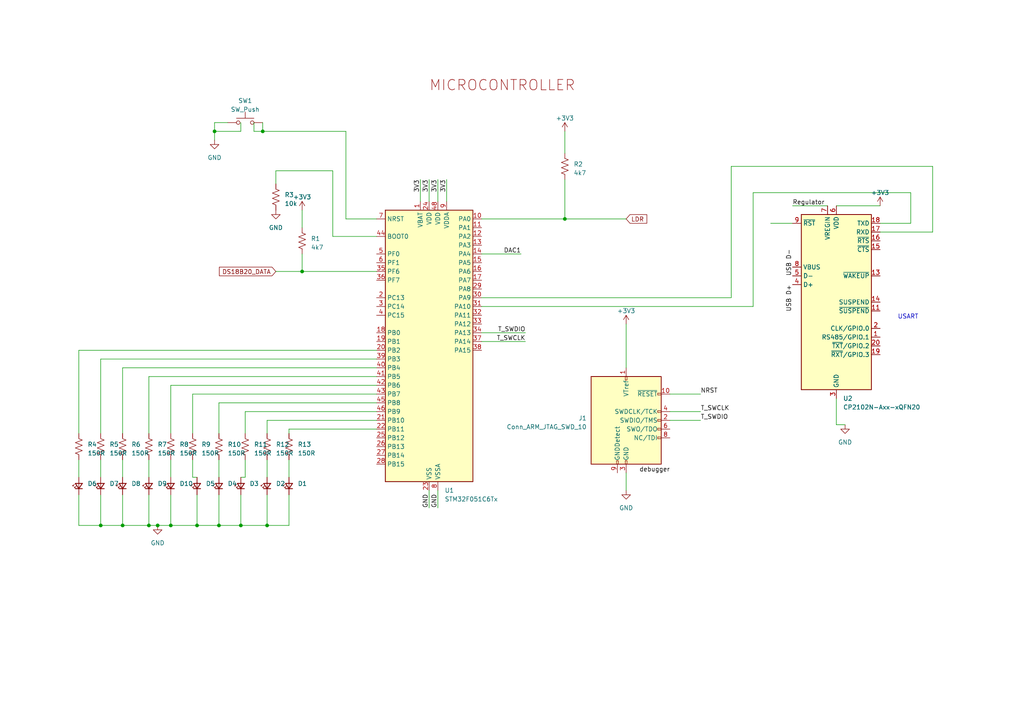
<source format=kicad_sch>
(kicad_sch (version 20230121) (generator eeschema)
  (paper "A4")
  (title_block (title "Microcontroller Schematic") (date "2023-03-04") (rev "v0"))
  (lib_symbols
    (symbol "Connector:Conn_ARM_JTAG_SWD_10" (pin_names (offset 1.016))
      (property "Reference" "J" (at -2.54 16.51 0))
      (property "Value" "Conn_ARM_JTAG_SWD_10" (at -2.54 13.97 0))
      (symbol "Conn_ARM_JTAG_SWD_10_0_1"
        (rectangle (start -10.16 12.7) (end 10.16 -12.7) (stroke (width 0.254)) (fill (type background)))
        (rectangle (start -2.794 -12.7) (end -2.286 -11.684))
        (rectangle (start -0.254 -12.7) (end 0.254 -11.684))
        (rectangle (start -0.254 12.7) (end 0.254 11.684))
        (rectangle (start 9.144 2.286) (end 10.16 2.794))
        (rectangle (start 10.16 -2.794) (end 9.144 -2.286))
        (rectangle (start 10.16 -0.254) (end 9.144 0.254))
        (rectangle (start 10.16 7.874) (end 9.144 7.366))
      )
      (symbol "Conn_ARM_JTAG_SWD_10_1_1"
        (rectangle (start 9.144 -5.334) (end 10.16 -4.826))
        (pin power_in line (at 0 15.24 270) (length 2.54) (name "VTref") (number "1"))
        (pin open_collector line (at 12.7 7.62 180) (length 2.54) (name "~{RESET}") (number "10"))
        (pin bidirectional line (at 12.7 0 180) (length 2.54) (name "SWDIO/TMS") (number "2"))
        (pin power_in line (at 0 -15.24 90) (length 2.54) (name "GND") (number "3"))
        (pin output line (at 12.7 2.54 180) (length 2.54) (name "SWDCLK/TCK") (number "4"))
        (pin passive line (at 0 -15.24 90) (length 2.54) hide (name "GND") (number "5"))
        (pin input line (at 12.7 -2.54 180) (length 2.54) (name "SWO/TDO") (number "6"))
        (pin no_connect line (at -10.16 0 0) (length 2.54) hide (name "KEY") (number "7"))
        (pin output line (at 12.7 -5.08 180) (length 2.54) (name "NC/TDI") (number "8"))
        (pin passive line (at -2.54 -15.24 90) (length 2.54) (name "GNDDetect") (number "9"))
      )
    )
    (symbol "Device:LED_Small" (pin_numbers hide) (pin_names (offset 0.254) hide)
      (property "Reference" "D" (at -1.27 3.175 0))
      (property "Value" "LED_Small" (at -4.445 -2.54 0))
      (symbol "LED_Small_0_1"
        (polyline (pts (xy -0.762 -1.016) (xy -0.762 1.016)) (stroke (width 0.254)))
        (polyline (pts (xy 1.016 0) (xy -0.762 0)))
        (polyline (pts (xy 0.762 -1.016) (xy -0.762 0) (xy 0.762 1.016) (xy 0.762 -1.016)) (stroke (width 0.254)))
        (polyline (pts (xy 0 0.762) (xy -0.508 1.27) (xy -0.254 1.27) (xy -0.508 1.27) (xy -0.508 1.016)))
        (polyline (pts (xy 0.508 1.27) (xy 0 1.778) (xy 0.254 1.778) (xy 0 1.778) (xy 0 1.524)))
      )
      (symbol "LED_Small_1_1"
        (pin passive line (at -2.54 0 0) (length 1.778) (name "K") (number "1"))
        (pin passive line (at 2.54 0 180) (length 1.778) (name "A") (number "2"))
      )
    )
    (symbol "Device:R_US" (pin_numbers hide) (pin_names (offset 0))
      (property "Reference" "R" (at 2.54 0 90))
      (property "Value" "R_US" (at -2.54 0 90))
      (symbol "R_US_0_1"
        (polyline (pts (xy 0 -2.286) (xy 0 -2.54)))
        (polyline (pts (xy 0 2.286) (xy 0 2.54)))
        (polyline (pts (xy 0 -0.762) (xy 1.016 -1.143) (xy 0 -1.524) (xy -1.016 -1.905) (xy 0 -2.286)))
        (polyline (pts (xy 0 0.762) (xy 1.016 0.381) (xy 0 0) (xy -1.016 -0.381) (xy 0 -0.762)))
        (polyline (pts (xy 0 2.286) (xy 1.016 1.905) (xy 0 1.524) (xy -1.016 1.143) (xy 0 0.762)))
      )
      (symbol "R_US_1_1"
        (pin passive line (at 0 3.81 270) (length 1.27) (name "~") (number "1"))
        (pin passive line (at 0 -3.81 90) (length 1.27) (name "~") (number "2"))
      )
    )
    (symbol "Interface_USB:CP2102N-Axx-xQFN20"
      (property "Reference" "U" (at -8.89 26.67 0))
      (property "Value" "CP2102N-Axx-xQFN20" (at 12.7 26.67 0))
      (symbol "CP2102N-Axx-xQFN20_0_1"
        (rectangle (start -10.16 25.4) (end 10.16 -25.4) (stroke (width 0.254)) (fill (type background)))
      )
      (symbol "CP2102N-Axx-xQFN20_1_1"
        (pin bidirectional line (at 12.7 -10.16 180) (length 2.54) (name "RS485/GPIO.1") (number "1"))
        (pin no_connect line (at -10.16 -22.86 0) (length 2.54) hide (name "NC") (number "10"))
        (pin output line (at 12.7 -2.54 180) (length 2.54) (name "~{SUSPEND}") (number "11"))
        (pin passive line (at 0 -27.94 90) (length 2.54) hide (name "GND") (number "12"))
        (pin input line (at 12.7 7.62 180) (length 2.54) (name "~{WAKEUP}") (number "13"))
        (pin output line (at 12.7 0 180) (length 2.54) (name "SUSPEND") (number "14"))
        (pin input line (at 12.7 15.24 180) (length 2.54) (name "~{CTS}") (number "15"))
        (pin output line (at 12.7 17.78 180) (length 2.54) (name "~{RTS}") (number "16"))
        (pin input line (at 12.7 20.32 180) (length 2.54) (name "RXD") (number "17"))
        (pin output line (at 12.7 22.86 180) (length 2.54) (name "TXD") (number "18"))
        (pin bidirectional line (at 12.7 -15.24 180) (length 2.54) (name "~{RXT}/GPIO.3") (number "19"))
        (pin bidirectional line (at 12.7 -7.62 180) (length 2.54) (name "CLK/GPIO.0") (number "2"))
        (pin bidirectional line (at 12.7 -12.7 180) (length 2.54) (name "~{TXT}/GPIO.2") (number "20"))
        (pin passive line (at 0 -27.94 90) (length 2.54) hide (name "GND") (number "21"))
        (pin power_in line (at 0 -27.94 90) (length 2.54) (name "GND") (number "3"))
        (pin bidirectional line (at -12.7 5.08 0) (length 2.54) (name "D+") (number "4"))
        (pin bidirectional line (at -12.7 7.62 0) (length 2.54) (name "D-") (number "5"))
        (pin power_in line (at 0 27.94 270) (length 2.54) (name "VDD") (number "6"))
        (pin power_in line (at -2.54 27.94 270) (length 2.54) (name "VREGIN") (number "7"))
        (pin input line (at -12.7 10.16 0) (length 2.54) (name "VBUS") (number "8"))
        (pin input line (at -12.7 22.86 0) (length 2.54) (name "~{RST}") (number "9"))
      )
    )
    (symbol "MCU_ST_STM32F0:STM32F051C6Tx"
      (property "Reference" "U" (at -12.7 41.91 0))
      (property "Value" "STM32F051C6Tx" (at 7.62 41.91 0))
      (symbol "STM32F051C6Tx_0_1"
        (rectangle (start -12.7 -38.1) (end 12.7 40.64) (stroke (width 0.254)) (fill (type background)))
      )
      (symbol "STM32F051C6Tx_1_1"
        (pin power_in line (at -2.54 43.18 270) (length 2.54) (name "VBAT") (number "1"))
        (pin bidirectional line (at 15.24 38.1 180) (length 2.54) (name "PA0") (number "10"))
        (pin bidirectional line (at 15.24 35.56 180) (length 2.54) (name "PA1") (number "11"))
        (pin bidirectional line (at 15.24 33.02 180) (length 2.54) (name "PA2") (number "12"))
        (pin bidirectional line (at 15.24 30.48 180) (length 2.54) (name "PA3") (number "13"))
        (pin bidirectional line (at 15.24 27.94 180) (length 2.54) (name "PA4") (number "14"))
        (pin bidirectional line (at 15.24 25.4 180) (length 2.54) (name "PA5") (number "15"))
        (pin bidirectional line (at 15.24 22.86 180) (length 2.54) (name "PA6") (number "16"))
        (pin bidirectional line (at 15.24 20.32 180) (length 2.54) (name "PA7") (number "17"))
        (pin bidirectional line (at -15.24 5.08 0) (length 2.54) (name "PB0") (number "18"))
        (pin bidirectional line (at -15.24 2.54 0) (length 2.54) (name "PB1") (number "19"))
        (pin bidirectional line (at -15.24 15.24 0) (length 2.54) (name "PC13") (number "2"))
        (pin bidirectional line (at -15.24 0 0) (length 2.54) (name "PB2") (number "20"))
        (pin bidirectional line (at -15.24 -20.32 0) (length 2.54) (name "PB10") (number "21"))
        (pin bidirectional line (at -15.24 -22.86 0) (length 2.54) (name "PB11") (number "22"))
        (pin power_in line (at 0 -40.64 90) (length 2.54) (name "VSS") (number "23"))
        (pin power_in line (at 0 43.18 270) (length 2.54) (name "VDD") (number "24"))
        (pin bidirectional line (at -15.24 -25.4 0) (length 2.54) (name "PB12") (number "25"))
        (pin bidirectional line (at -15.24 -27.94 0) (length 2.54) (name "PB13") (number "26"))
        (pin bidirectional line (at -15.24 -30.48 0) (length 2.54) (name "PB14") (number "27"))
        (pin bidirectional line (at -15.24 -33.02 0) (length 2.54) (name "PB15") (number "28"))
        (pin bidirectional line (at 15.24 17.78 180) (length 2.54) (name "PA8") (number "29"))
        (pin bidirectional line (at -15.24 12.7 0) (length 2.54) (name "PC14") (number "3"))
        (pin bidirectional line (at 15.24 15.24 180) (length 2.54) (name "PA9") (number "30"))
        (pin bidirectional line (at 15.24 12.7 180) (length 2.54) (name "PA10") (number "31"))
        (pin bidirectional line (at 15.24 10.16 180) (length 2.54) (name "PA11") (number "32"))
        (pin bidirectional line (at 15.24 7.62 180) (length 2.54) (name "PA12") (number "33"))
        (pin bidirectional line (at 15.24 5.08 180) (length 2.54) (name "PA13") (number "34"))
        (pin bidirectional line (at -15.24 22.86 0) (length 2.54) (name "PF6") (number "35"))
        (pin bidirectional line (at -15.24 20.32 0) (length 2.54) (name "PF7") (number "36"))
        (pin bidirectional line (at 15.24 2.54 180) (length 2.54) (name "PA14") (number "37"))
        (pin bidirectional line (at 15.24 0 180) (length 2.54) (name "PA15") (number "38"))
        (pin bidirectional line (at -15.24 -2.54 0) (length 2.54) (name "PB3") (number "39"))
        (pin bidirectional line (at -15.24 10.16 0) (length 2.54) (name "PC15") (number "4"))
        (pin bidirectional line (at -15.24 -5.08 0) (length 2.54) (name "PB4") (number "40"))
        (pin bidirectional line (at -15.24 -7.62 0) (length 2.54) (name "PB5") (number "41"))
        (pin bidirectional line (at -15.24 -10.16 0) (length 2.54) (name "PB6") (number "42"))
        (pin bidirectional line (at -15.24 -12.7 0) (length 2.54) (name "PB7") (number "43"))
        (pin input line (at -15.24 33.02 0) (length 2.54) (name "BOOT0") (number "44"))
        (pin bidirectional line (at -15.24 -15.24 0) (length 2.54) (name "PB8") (number "45"))
        (pin bidirectional line (at -15.24 -17.78 0) (length 2.54) (name "PB9") (number "46"))
        (pin passive line (at 0 -40.64 90) (length 2.54) hide (name "VSS") (number "47"))
        (pin power_in line (at 2.54 43.18 270) (length 2.54) (name "VDD") (number "48"))
        (pin bidirectional line (at -15.24 27.94 0) (length 2.54) (name "PF0") (number "5"))
        (pin bidirectional line (at -15.24 25.4 0) (length 2.54) (name "PF1") (number "6"))
        (pin input line (at -15.24 38.1 0) (length 2.54) (name "NRST") (number "7"))
        (pin power_in line (at 2.54 -40.64 90) (length 2.54) (name "VSSA") (number "8"))
        (pin power_in line (at 5.08 43.18 270) (length 2.54) (name "VDDA") (number "9"))
      )
    )
    (symbol "Switch:SW_Push" (pin_numbers hide) (pin_names (offset 1.016) hide)
      (property "Reference" "SW" (at 1.27 2.54 0))
      (property "Value" "SW_Push" (at 0 -1.524 0))
      (symbol "SW_Push_0_1"
        (circle (center -2.032 0) (radius 0.508))
        (polyline (pts (xy 0 1.27) (xy 0 3.048)))
        (polyline (pts (xy 2.54 1.27) (xy -2.54 1.27)))
        (circle (center 2.032 0) (radius 0.508))
        (pin passive line (at -5.08 0 0) (length 2.54) (name "1") (number "1"))
        (pin passive line (at 5.08 0 180) (length 2.54) (name "2") (number "2"))
      )
    )
    (symbol "power:+3V3" (power) (pin_names (offset 0))
      (property "Value" "+3V3" (at 0 3.556 0))
      (symbol "+3V3_0_1"
        (polyline (pts (xy -0.762 1.27) (xy 0 2.54)))
        (polyline (pts (xy 0 0) (xy 0 2.54)))
        (polyline (pts (xy 0 2.54) (xy 0.762 1.27)))
      )
      (symbol "+3V3_1_1"
        (pin power_in line (at 0 0 90) (length 0) hide (name "+3V3") (number "1"))
      )
    )
    (symbol "power:GND" (power) (pin_names (offset 0))
      (property "Value" "GND" (at 0 -3.81 0))
      (symbol "GND_0_1"
        (polyline (pts (xy 0 0) (xy 0 -1.27) (xy 1.27 -1.27) (xy 0 -2.54) (xy -1.27 -1.27) (xy 0 -1.27)))
      )
      (symbol "GND_1_1"
        (pin power_in line (at 0 0 270) (length 0) hide (name "GND") (number "1"))
      )
    )
  )
  (junction (at 45.72 152.4))
  (junction (at 163.83 63.5))
  (junction (at 62.23 38.1))
  (junction (at 35.56 152.4))
  (junction (at 69.85 152.4))
  (junction (at 87.63 78.74))
  (junction (at 49.53 152.4))
  (junction (at 57.15 152.4))
  (junction (at 43.18 152.4))
  (junction (at 29.21 152.4))
  (junction (at 63.5 152.4))
  (junction (at 76.2 38.1))
  (junction (at 77.47 152.4))
  (wire (pts (xy 43.18 109.22) (xy 43.18 125.73)))
  (wire (pts (xy 22.86 143.51) (xy 22.86 152.4)))
  (wire (pts (xy 100.33 63.5) (xy 100.33 38.1)))
  (wire (pts (xy 29.21 143.51) (xy 29.21 152.4)))
  (wire (pts (xy 121.92 52.07) (xy 121.92 58.42)))
  (wire (pts (xy 49.53 152.4) (xy 45.72 152.4)))
  (wire (pts (xy 270.51 67.31) (xy 270.51 48.26)))
  (wire (pts (xy 242.57 123.19) (xy 245.11 123.19)))
  (wire (pts (xy 63.5 116.84) (xy 63.5 125.73)))
  (wire (pts (xy 55.88 138.43) (xy 57.15 138.43)))
  (wire (pts (xy 77.47 152.4) (xy 83.82 152.4)))
  (wire (pts (xy 163.83 63.5) (xy 181.61 63.5)))
  (wire (pts (xy 139.7 73.66) (xy 151.13 73.66)))
  (wire (pts (xy 76.2 38.1) (xy 100.33 38.1)))
  (wire (pts (xy 57.15 143.51) (xy 57.15 152.4)))
  (wire (pts (xy 80.01 78.74) (xy 87.63 78.74)))
  (wire (pts (xy 127 52.07) (xy 127 58.42)))
  (wire (pts (xy 139.7 96.52) (xy 152.4 96.52)))
  (wire (pts (xy 109.22 68.58) (xy 96.52 68.58)))
  (wire (pts (xy 109.22 78.74) (xy 87.63 78.74)))
  (wire (pts (xy 29.21 133.35) (xy 29.21 138.43)))
  (wire (pts (xy 73.66 35.56) (xy 73.66 38.1)))
  (wire (pts (xy 124.46 52.07) (xy 124.46 58.42)))
  (wire (pts (xy 87.63 60.96) (xy 87.63 66.04)))
  (wire (pts (xy 129.54 52.07) (xy 129.54 58.42)))
  (wire (pts (xy 22.86 101.6) (xy 109.22 101.6)))
  (wire (pts (xy 55.88 133.35) (xy 55.88 138.43)))
  (wire (pts (xy 255.27 64.77) (xy 264.16 64.77)))
  (wire (pts (xy 71.12 133.35) (xy 71.12 138.43)))
  (wire (pts (xy 77.47 121.92) (xy 77.47 125.73)))
  (wire (pts (xy 73.66 38.1) (xy 76.2 38.1)))
  (wire (pts (xy 22.86 133.35) (xy 22.86 138.43)))
  (wire (pts (xy 55.88 114.3) (xy 55.88 125.73)))
  (wire (pts (xy 242.57 59.69) (xy 255.27 59.69)))
  (wire (pts (xy 69.85 143.51) (xy 69.85 152.4)))
  (wire (pts (xy 194.31 121.92) (xy 203.2 121.92)))
  (wire (pts (xy 35.56 152.4) (xy 43.18 152.4)))
  (wire (pts (xy 242.57 115.57) (xy 242.57 123.19)))
  (wire (pts (xy 218.44 88.9) (xy 139.7 88.9)))
  (wire (pts (xy 163.83 52.07) (xy 163.83 63.5)))
  (wire (pts (xy 55.88 114.3) (xy 109.22 114.3)))
  (wire (pts (xy 212.09 86.36) (xy 139.7 86.36)))
  (wire (pts (xy 194.31 114.3) (xy 203.2 114.3)))
  (wire (pts (xy 43.18 152.4) (xy 45.72 152.4)))
  (wire (pts (xy 212.09 48.26) (xy 212.09 86.36)))
  (wire (pts (xy 223.52 64.77) (xy 229.87 64.77)))
  (wire (pts (xy 264.16 64.77) (xy 264.16 55.88)))
  (wire (pts (xy 63.5 116.84) (xy 109.22 116.84)))
  (wire (pts (xy 77.47 121.92) (xy 109.22 121.92)))
  (wire (pts (xy 49.53 111.76) (xy 49.53 125.73)))
  (wire (pts (xy 83.82 124.46) (xy 83.82 125.73)))
  (wire (pts (xy 62.23 38.1) (xy 62.23 40.64)))
  (wire (pts (xy 139.7 63.5) (xy 163.83 63.5)))
  (wire (pts (xy 35.56 106.68) (xy 35.56 125.73)))
  (wire (pts (xy 57.15 152.4) (xy 63.5 152.4)))
  (wire (pts (xy 76.2 35.56) (xy 76.2 38.1)))
  (wire (pts (xy 62.23 35.56) (xy 62.23 38.1)))
  (wire (pts (xy 43.18 109.22) (xy 109.22 109.22)))
  (wire (pts (xy 63.5 143.51) (xy 63.5 152.4)))
  (wire (pts (xy 109.22 63.5) (xy 100.33 63.5)))
  (wire (pts (xy 87.63 73.66) (xy 87.63 78.74)))
  (wire (pts (xy 194.31 119.38) (xy 203.2 119.38)))
  (wire (pts (xy 29.21 104.14) (xy 109.22 104.14)))
  (wire (pts (xy 63.5 133.35) (xy 63.5 138.43)))
  (wire (pts (xy 127 142.24) (xy 127 147.32)))
  (wire (pts (xy 22.86 152.4) (xy 29.21 152.4)))
  (wire (pts (xy 124.46 142.24) (xy 124.46 147.32)))
  (wire (pts (xy 71.12 119.38) (xy 71.12 125.73)))
  (wire (pts (xy 43.18 133.35) (xy 43.18 138.43)))
  (wire (pts (xy 255.27 67.31) (xy 270.51 67.31)))
  (wire (pts (xy 29.21 152.4) (xy 35.56 152.4)))
  (wire (pts (xy 139.7 99.06) (xy 152.4 99.06)))
  (wire (pts (xy 66.04 35.56) (xy 62.23 35.56)))
  (wire (pts (xy 181.61 93.98) (xy 181.61 106.68)))
  (wire (pts (xy 22.86 101.6) (xy 22.86 125.73)))
  (wire (pts (xy 229.87 59.69) (xy 240.03 59.69)))
  (wire (pts (xy 57.15 152.4) (xy 49.53 152.4)))
  (wire (pts (xy 49.53 111.76) (xy 109.22 111.76)))
  (wire (pts (xy 83.82 133.35) (xy 83.82 138.43)))
  (wire (pts (xy 29.21 104.14) (xy 29.21 125.73)))
  (wire (pts (xy 71.12 138.43) (xy 69.85 138.43)))
  (wire (pts (xy 49.53 133.35) (xy 49.53 138.43)))
  (wire (pts (xy 218.44 55.88) (xy 218.44 88.9)))
  (wire (pts (xy 35.56 133.35) (xy 35.56 138.43)))
  (wire (pts (xy 212.09 48.26) (xy 270.51 48.26)))
  (wire (pts (xy 96.52 68.58) (xy 96.52 49.53)))
  (wire (pts (xy 62.23 38.1) (xy 69.85 38.1)))
  (wire (pts (xy 77.47 143.51) (xy 77.47 152.4)))
  (wire (pts (xy 35.56 143.51) (xy 35.56 152.4)))
  (wire (pts (xy 83.82 143.51) (xy 83.82 152.4)))
  (wire (pts (xy 69.85 152.4) (xy 77.47 152.4)))
  (wire (pts (xy 77.47 133.35) (xy 77.47 138.43)))
  (wire (pts (xy 43.18 143.51) (xy 43.18 152.4)))
  (wire (pts (xy 181.61 137.16) (xy 181.61 142.24)))
  (wire (pts (xy 83.82 124.46) (xy 109.22 124.46)))
  (wire (pts (xy 71.12 119.38) (xy 109.22 119.38)))
  (wire (pts (xy 49.53 143.51) (xy 49.53 152.4)))
  (wire (pts (xy 163.83 38.1) (xy 163.83 44.45)))
  (wire (pts (xy 35.56 106.68) (xy 109.22 106.68)))
  (wire (pts (xy 80.01 49.53) (xy 80.01 53.34)))
  (wire (pts (xy 264.16 55.88) (xy 218.44 55.88)))
  (wire (pts (xy 69.85 35.56) (xy 69.85 38.1)))
  (wire (pts (xy 96.52 49.53) (xy 80.01 49.53)))
  (wire (pts (xy 63.5 152.4) (xy 69.85 152.4)))
  (text "USART\n" (at 260.35 92.71 0) (effects (font (size 1.27 1.27)) (justify left bottom)))
  (text "MICROCONTROLLER\n" (at 124.46 26.67 0) (effects (font (size 3 3)) (justify left bottom)))
  (label "GND" (at 127 147.32 90))
  (label "3V3" (at 121.92 52.07 270))
  (label "T_SWCLK" (at 152.4 99.06 180))
  (label "USB D+" (at 229.87 82.55 270))
  (label "3V3" (at 127 52.07 270))
  (label "T_SWDIO" (at 203.2 121.92 0))
  (label "T_SWDIO" (at 152.4 96.52 180))
  (label "DAC1" (at 151.13 73.66 180))
  (label "Regulator" (at 229.87 59.69 0))
  (label "3V3" (at 124.46 52.07 270))
  (label "3V3" (at 129.54 52.07 270))
  (label "NRST" (at 203.2 114.3 0))
  (label "USB D-" (at 229.87 80.01 90))
  (label "debugger" (at 185.42 137.16 0))
  (label "GND" (at 124.46 147.32 90))
  (label "T_SWCLK" (at 203.2 119.38 0))
  (global_label "DS18B20_DATA" (shape input) (at 80.01 78.74 180) (property "Intersheetrefs" "${INTERSHEET_REFS}" (effects hide)))
  (global_label "LDR" (shape input) (at 181.61 63.5 0) (property "Intersheetrefs" "${INTERSHEET_REFS}" (effects hide)))
  (symbol (lib_id "power:+3V3") (at 87.63 60.96 0) (unit 1)
    (property "Reference" "#PWR01" (effects hide))
    (property "Value" "3V3" (at 87.63 57.15 0))
  )
  (symbol (lib_id "Device:R_US") (at 71.12 129.54 0) (unit 1)
    (property "Reference" "R11" (at 73.66 128.905 0) (effects (justify left)))
    (property "Value" "150R" (at 73.66 131.445 0) (effects (justify left)))
  )
  (symbol (lib_id "Device:LED_Small") (at 43.18 140.97 90) (unit 1)
    (property "Reference" "D9" (at 45.72 140.2715 90) (effects (justify right)))
    (property "Value" "LED_Small" (effects hide))
  )
  (symbol (lib_id "Device:LED_Small") (at 69.85 140.97 90) (unit 1)
    (property "Reference" "D3" (at 72.39 140.2715 90) (effects (justify right)))
    (property "Value" "LED_Small" (effects hide))
  )
  (symbol (lib_id "Device:R_US") (at 87.63 69.85 0) (unit 1)
    (property "Reference" "R1" (at 90.17 69.215 0) (effects (justify left)))
    (property "Value" "4k7" (at 90.17 71.755 0) (effects (justify left)))
  )
  (symbol (lib_id "power:GND") (at 181.61 142.24 0) (unit 1)
    (property "Reference" "#PWR07" (effects hide))
    (property "Value" "GND" (at 181.61 147.32 0))
  )
  (symbol (lib_id "power:GND") (at 245.11 123.19 0) (unit 1)
    (property "Reference" "#PWR09" (effects hide))
    (property "Value" "GND" (at 245.11 128.27 0))
  )
  (symbol (lib_id "Device:R_US") (at 35.56 129.54 0) (unit 1)
    (property "Reference" "R6" (at 38.1 128.905 0) (effects (justify left)))
    (property "Value" "150R" (at 38.1 131.445 0) (effects (justify left)))
  )
  (symbol (lib_id "Device:R_US") (at 22.86 129.54 0) (unit 1)
    (property "Reference" "R4" (at 25.4 128.905 0) (effects (justify left)))
    (property "Value" "150R" (at 25.4 131.445 0) (effects (justify left)))
  )
  (symbol (lib_id "Device:LED_Small") (at 63.5 140.97 90) (unit 1)
    (property "Reference" "D4" (at 66.04 140.2715 90) (effects (justify right)))
    (property "Value" "LED_Small" (effects hide))
  )
  (symbol (lib_id "MCU_ST_STM32F0:STM32F051C6Tx") (at 124.46 101.6 0) (unit 1)
    (property "Reference" "U1" (at 128.9559 142.24 0) (effects (justify left)))
    (property "Value" "STM32F051C6Tx" (at 128.9559 144.78 0) (effects (justify left)))
    (property "Footprint" "Package_QFP:LQFP-48_7x7mm_P0.5mm" (effects hide))
    (property "Datasheet" "https://www.st.com/resource/en/datasheet/stm32f051c6.pdf" (effects hide))
  )
  (symbol (lib_id "Connector:Conn_ARM_JTAG_SWD_10") (at 181.61 121.92 0) (unit 1)
    (property "Reference" "J1" (at 170.18 121.285 0) (effects (justify right)))
    (property "Value" "Conn_ARM_JTAG_SWD_10" (at 170.18 123.825 0) (effects (justify right)))
    (property "Datasheet" "http://infocenter.arm.com/help/topic/com.arm.doc.ddi0314h/DDI0314H_coresight_components_trm.pdf" (effects hide))
  )
  (symbol (lib_id "Device:LED_Small") (at 49.53 140.97 90) (unit 1)
    (property "Reference" "D10" (at 52.07 140.2715 90) (effects (justify right)))
    (property "Value" "LED_Small" (effects hide))
  )
  (symbol (lib_id "Device:LED_Small") (at 29.21 140.97 90) (unit 1)
    (property "Reference" "D7" (at 31.75 140.2715 90) (effects (justify right)))
    (property "Value" "LED_Small" (effects hide))
  )
  (symbol (lib_id "Device:R_US") (at 83.82 129.54 0) (unit 1)
    (property "Reference" "R13" (at 86.36 128.905 0) (effects (justify left)))
    (property "Value" "150R" (at 86.36 131.445 0) (effects (justify left)))
  )
  (symbol (lib_id "Device:LED_Small") (at 57.15 140.97 90) (unit 1)
    (property "Reference" "D5" (at 59.69 140.2715 90) (effects (justify right)))
    (property "Value" "LED_Small" (effects hide))
  )
  (symbol (lib_id "Device:LED_Small") (at 35.56 140.97 90) (unit 1)
    (property "Reference" "D8" (at 38.1 140.2715 90) (effects (justify right)))
    (property "Value" "LED_Small" (effects hide))
  )
  (symbol (lib_id "power:+3V3") (at 181.61 93.98 0) (unit 1)
    (property "Reference" "#PWR06" (effects hide))
    (property "Value" "+3V3" (at 181.61 90.17 0))
  )
  (symbol (lib_id "Device:R_US") (at 77.47 129.54 0) (unit 1)
    (property "Reference" "R12" (at 80.01 128.905 0) (effects (justify left)))
    (property "Value" "150R" (at 80.01 131.445 0) (effects (justify left)))
  )
  (symbol (lib_id "power:GND") (at 62.23 40.64 0) (unit 1)
    (property "Reference" "#PWR03" (effects hide))
    (property "Value" "GND" (at 62.23 45.72 0))
  )
  (symbol (lib_id "power:GND") (at 45.72 152.4 0) (unit 1)
    (property "Reference" "#PWR05" (effects hide))
    (property "Value" "GND" (at 45.72 157.48 0))
  )
  (symbol (lib_id "power:+3V3") (at 163.83 38.1 0) (unit 1)
    (property "Reference" "#PWR02" (effects hide))
    (property "Value" "+3V3" (at 163.83 34.29 0))
  )
  (symbol (lib_id "Device:LED_Small") (at 83.82 140.97 90) (unit 1)
    (property "Reference" "D1" (at 86.36 140.2715 90) (effects (justify right)))
    (property "Value" "LED_Small" (effects hide))
  )
  (symbol (lib_id "Device:LED_Small") (at 22.86 140.97 90) (unit 1)
    (property "Reference" "D6" (at 25.4 140.2715 90) (effects (justify right)))
    (property "Value" "LED_Small" (effects hide))
  )
  (symbol (lib_id "Device:R_US") (at 163.83 48.26 0) (unit 1)
    (property "Reference" "R2" (at 166.37 47.625 0) (effects (justify left)))
    (property "Value" "4k7" (at 166.37 50.165 0) (effects (justify left)))
  )
  (symbol (lib_id "Interface_USB:CP2102N-Axx-xQFN20") (at 242.57 87.63 0) (unit 1)
    (property "Reference" "U2" (at 244.5259 115.57 0) (effects (justify left)))
    (property "Value" "CP2102N-Axx-xQFN20" (at 244.5259 118.11 0) (effects (justify left)))
    (property "Footprint" "Package_DFN_QFN:SiliconLabs_QFN-20-1EP_3x3mm_P0.5mm" (effects hide))
    (property "Datasheet" "https://www.silabs.com/documents/public/data-sheets/cp2102n-datasheet.pdf" (effects hide))
  )
  (symbol (lib_id "Device:LED_Small") (at 77.47 140.97 90) (unit 1)
    (property "Reference" "D2" (at 80.01 140.2715 90) (effects (justify right)))
    (property "Value" "LED_Small" (effects hide))
  )
  (symbol (lib_id "Switch:SW_Push") (at 71.12 35.56 0) (unit 1)
    (property "Reference" "SW1" (at 71.12 29.21 0))
    (property "Value" "SW_Push" (at 71.12 31.75 0))
  )
  (symbol (lib_id "power:GND") (at 80.01 60.96 0) (unit 1)
    (property "Reference" "#PWR04" (effects hide))
    (property "Value" "GND" (at 80.01 66.04 0))
  )
  (symbol (lib_id "Device:R_US") (at 49.53 129.54 0) (unit 1)
    (property "Reference" "R8" (at 52.07 128.905 0) (effects (justify left)))
    (property "Value" "150R" (at 52.07 131.445 0) (effects (justify left)))
  )
  (symbol (lib_id "Device:R_US") (at 63.5 129.54 0) (unit 1)
    (property "Reference" "R10" (at 66.04 128.905 0) (effects (justify left)))
    (property "Value" "150R" (at 66.04 131.445 0) (effects (justify left)))
  )
  (symbol (lib_id "Device:R_US") (at 29.21 129.54 0) (unit 1)
    (property "Reference" "R5" (at 31.75 128.905 0) (effects (justify left)))
    (property "Value" "150R" (at 31.75 131.445 0) (effects (justify left)))
  )
  (symbol (lib_id "power:+3V3") (at 255.27 59.69 0) (unit 1)
    (property "Reference" "#PWR08" (effects hide))
    (property "Value" "+3V3" (at 255.27 55.88 0))
  )
  (symbol (lib_id "Device:R_US") (at 43.18 129.54 0) (unit 1)
    (property "Reference" "R7" (at 45.72 128.905 0) (effects (justify left)))
    (property "Value" "150R" (at 45.72 131.445 0) (effects (justify left)))
  )
  (symbol (lib_id "Device:R_US") (at 55.88 129.54 0) (unit 1)
    (property "Reference" "R9" (at 58.42 128.905 0) (effects (justify left)))
    (property "Value" "150R" (at 58.42 131.445 0) (effects (justify left)))
  )
  (symbol (lib_id "Device:R_US") (at 80.01 57.15 180) (unit 1)
    (property "Reference" "R3" (at 82.55 56.515 0) (effects (justify right)))
    (property "Value" "10k" (at 82.55 59.055 0) (effects (justify right)))
  )
)
</source>
